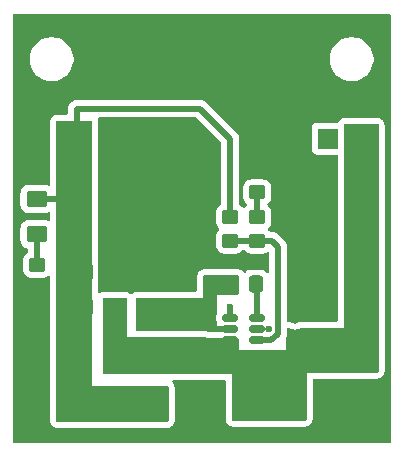
<source format=gbr>
%TF.GenerationSoftware,KiCad,Pcbnew,8.0.1-8.0.1-1~ubuntu22.04.1*%
%TF.CreationDate,2024-04-07T12:19:06+01:00*%
%TF.ProjectId,tps54202_inverting_breakout,74707335-3432-4303-925f-696e76657274,A*%
%TF.SameCoordinates,Original*%
%TF.FileFunction,Copper,L1,Top*%
%TF.FilePolarity,Positive*%
%FSLAX46Y46*%
G04 Gerber Fmt 4.6, Leading zero omitted, Abs format (unit mm)*
G04 Created by KiCad (PCBNEW 8.0.1-8.0.1-1~ubuntu22.04.1) date 2024-04-07 12:19:06*
%MOMM*%
%LPD*%
G01*
G04 APERTURE LIST*
G04 Aperture macros list*
%AMRoundRect*
0 Rectangle with rounded corners*
0 $1 Rounding radius*
0 $2 $3 $4 $5 $6 $7 $8 $9 X,Y pos of 4 corners*
0 Add a 4 corners polygon primitive as box body*
4,1,4,$2,$3,$4,$5,$6,$7,$8,$9,$2,$3,0*
0 Add four circle primitives for the rounded corners*
1,1,$1+$1,$2,$3*
1,1,$1+$1,$4,$5*
1,1,$1+$1,$6,$7*
1,1,$1+$1,$8,$9*
0 Add four rect primitives between the rounded corners*
20,1,$1+$1,$2,$3,$4,$5,0*
20,1,$1+$1,$4,$5,$6,$7,0*
20,1,$1+$1,$6,$7,$8,$9,0*
20,1,$1+$1,$8,$9,$2,$3,0*%
G04 Aperture macros list end*
%TA.AperFunction,SMDPad,CuDef*%
%ADD10RoundRect,0.250000X0.337500X0.475000X-0.337500X0.475000X-0.337500X-0.475000X0.337500X-0.475000X0*%
%TD*%
%TA.AperFunction,SMDPad,CuDef*%
%ADD11RoundRect,0.250000X1.050000X0.550000X-1.050000X0.550000X-1.050000X-0.550000X1.050000X-0.550000X0*%
%TD*%
%TA.AperFunction,ComponentPad*%
%ADD12O,1.700000X1.700000*%
%TD*%
%TA.AperFunction,ComponentPad*%
%ADD13R,1.700000X1.700000*%
%TD*%
%TA.AperFunction,SMDPad,CuDef*%
%ADD14RoundRect,0.150000X-0.512500X-0.150000X0.512500X-0.150000X0.512500X0.150000X-0.512500X0.150000X0*%
%TD*%
%TA.AperFunction,SMDPad,CuDef*%
%ADD15R,2.500000X2.500000*%
%TD*%
%TA.AperFunction,SMDPad,CuDef*%
%ADD16RoundRect,0.250000X0.450000X-0.350000X0.450000X0.350000X-0.450000X0.350000X-0.450000X-0.350000X0*%
%TD*%
%TA.AperFunction,SMDPad,CuDef*%
%ADD17RoundRect,0.250000X-0.450000X0.350000X-0.450000X-0.350000X0.450000X-0.350000X0.450000X0.350000X0*%
%TD*%
%TA.AperFunction,ComponentPad*%
%ADD18C,2.800000*%
%TD*%
%TA.AperFunction,SMDPad,CuDef*%
%ADD19R,4.500000X1.750000*%
%TD*%
%TA.AperFunction,SMDPad,CuDef*%
%ADD20RoundRect,0.250001X0.624999X-0.462499X0.624999X0.462499X-0.624999X0.462499X-0.624999X-0.462499X0*%
%TD*%
%TA.AperFunction,ViaPad*%
%ADD21C,0.600000*%
%TD*%
%TA.AperFunction,Conductor*%
%ADD22C,0.500000*%
%TD*%
%TA.AperFunction,Conductor*%
%ADD23C,0.200000*%
%TD*%
G04 APERTURE END LIST*
D10*
%TO.P,C6,2*%
%TO.N,GND*%
X207496500Y-89281000D03*
%TO.P,C6,1*%
%TO.N,/VIN*%
X209571500Y-89281000D03*
%TD*%
D11*
%TO.P,C3,1*%
%TO.N,GND*%
X189865000Y-88773000D03*
%TO.P,C3,2*%
%TO.N,/VOUT*%
X186265000Y-88773000D03*
%TD*%
D10*
%TO.P,C9,2*%
%TO.N,Net-(U1-SW)*%
X199368500Y-95885000D03*
%TO.P,C9,1*%
%TO.N,Net-(U1-BOOT)*%
X201443500Y-95885000D03*
%TD*%
D11*
%TO.P,C5,1*%
%TO.N,/VIN*%
X210356000Y-93091000D03*
%TO.P,C5,2*%
%TO.N,GND*%
X206756000Y-93091000D03*
%TD*%
D10*
%TO.P,C8,1*%
%TO.N,/VIN*%
X189103000Y-97790000D03*
%TO.P,C8,2*%
%TO.N,/VOUT*%
X187028000Y-97790000D03*
%TD*%
D11*
%TO.P,C7,2*%
%TO.N,/VOUT*%
X186243500Y-101854000D03*
%TO.P,C7,1*%
%TO.N,/VIN*%
X189843500Y-101854000D03*
%TD*%
D12*
%TO.P,J1,4,Pin_4*%
%TO.N,/VOUT*%
X192903000Y-106045000D03*
%TO.P,J1,3,Pin_3*%
%TO.N,GND*%
X195443000Y-106045000D03*
%TO.P,J1,2,Pin_2*%
X197983000Y-106045000D03*
D13*
%TO.P,J1,1,Pin_1*%
%TO.N,/VIN*%
X200523000Y-106045000D03*
%TD*%
D14*
%TO.P,U1,1,GND*%
%TO.N,/VOUT*%
X199263000Y-98745000D03*
%TO.P,U1,2,SW*%
%TO.N,Net-(U1-SW)*%
X199263000Y-99695000D03*
%TO.P,U1,3,VIN*%
%TO.N,/VIN*%
X199263000Y-100645000D03*
%TO.P,U1,4,FB*%
%TO.N,/VSENSE*%
X201538000Y-100645000D03*
%TO.P,U1,5,EN*%
%TO.N,Net-(J3-Pin_1)*%
X201538000Y-99695000D03*
%TO.P,U1,6,BOOT*%
%TO.N,Net-(U1-BOOT)*%
X201538000Y-98745000D03*
%TD*%
D15*
%TO.P,TP1,1,1*%
%TO.N,/VIN*%
X204216000Y-106045000D03*
%TD*%
D16*
%TO.P,R2,1*%
%TO.N,/VSENSE*%
X201549000Y-92202000D03*
%TO.P,R2,2*%
%TO.N,Net-(R1-Pad1)*%
X201549000Y-90202000D03*
%TD*%
D15*
%TO.P,TP2,1,1*%
%TO.N,/VOUT*%
X189230000Y-106045000D03*
%TD*%
D11*
%TO.P,C4,1*%
%TO.N,/VIN*%
X210356000Y-98298000D03*
%TO.P,C4,2*%
%TO.N,GND*%
X206756000Y-98298000D03*
%TD*%
D17*
%TO.P,R3,1*%
%TO.N,/VOUT*%
X199263000Y-90202000D03*
%TO.P,R3,2*%
%TO.N,/VSENSE*%
X199263000Y-92202000D03*
%TD*%
D10*
%TO.P,C1,2*%
%TO.N,/VOUT*%
X187027500Y-94869000D03*
%TO.P,C1,1*%
%TO.N,GND*%
X189102500Y-94869000D03*
%TD*%
D13*
%TO.P,J3,1,Pin_1*%
%TO.N,Net-(J3-Pin_1)*%
X207518000Y-83566000D03*
D12*
%TO.P,J3,2,Pin_2*%
%TO.N,/VIN*%
X210058000Y-83566000D03*
%TD*%
D18*
%TO.P,TP3,1,1*%
%TO.N,GND*%
X202692000Y-82550000D03*
%TD*%
D19*
%TO.P,L1,1,1*%
%TO.N,Net-(U1-SW)*%
X193802000Y-98171000D03*
%TO.P,L1,2,2*%
%TO.N,GND*%
X193802000Y-94921000D03*
%TD*%
D17*
%TO.P,R4,1*%
%TO.N,Net-(D1-K)*%
X182932500Y-94250000D03*
%TO.P,R4,2*%
%TO.N,GND*%
X182932500Y-96250000D03*
%TD*%
D16*
%TO.P,R1,1*%
%TO.N,Net-(R1-Pad1)*%
X201549000Y-88122000D03*
%TO.P,R1,2*%
%TO.N,GND*%
X201549000Y-86122000D03*
%TD*%
D11*
%TO.P,C2,1*%
%TO.N,GND*%
X189865000Y-83312000D03*
%TO.P,C2,2*%
%TO.N,/VOUT*%
X186265000Y-83312000D03*
%TD*%
D20*
%TO.P,D1,1,K*%
%TO.N,Net-(D1-K)*%
X182880000Y-91657500D03*
%TO.P,D1,2,A*%
%TO.N,/VOUT*%
X182880000Y-88682500D03*
%TD*%
D21*
%TO.N,GND*%
X201549000Y-85090000D03*
X197485000Y-88900000D03*
X197485000Y-85725000D03*
X199390000Y-80645000D03*
X188595000Y-76835000D03*
X203835000Y-76835000D03*
X209550000Y-104775000D03*
X209550000Y-107950000D03*
X182245000Y-82550000D03*
X182245000Y-85725000D03*
X182245000Y-104775000D03*
X182245000Y-101600000D03*
X182245000Y-107950000D03*
X204724000Y-97917000D03*
X204724000Y-98933000D03*
X206121000Y-88773000D03*
X206121000Y-89789000D03*
X204851000Y-92583000D03*
X204851000Y-93599000D03*
X191897000Y-83820000D03*
X191897000Y-82804000D03*
X191897000Y-89281000D03*
X191897000Y-88265000D03*
X190373000Y-95377000D03*
X190373000Y-94361000D03*
X195326000Y-93345000D03*
X194310000Y-93345000D03*
X193294000Y-93345000D03*
X192278000Y-93345000D03*
X182932500Y-97647000D03*
%TO.N,Net-(J3-Pin_1)*%
X202577000Y-99672669D03*
%TO.N,/VOUT*%
X186182000Y-91821000D03*
X199263000Y-97790000D03*
%TD*%
D22*
%TO.N,/VIN*%
X210180000Y-83688000D02*
X210058000Y-83566000D01*
%TO.N,/VOUT*%
X182880000Y-88682500D02*
X186174500Y-88682500D01*
X186174500Y-88682500D02*
X186265000Y-88773000D01*
%TO.N,GND*%
X182932500Y-96250000D02*
X182932500Y-97647000D01*
%TO.N,/VOUT*%
X199263000Y-90202000D02*
X199263000Y-83566000D01*
X196723000Y-81026000D02*
X186309000Y-81026000D01*
X199263000Y-83566000D02*
X196723000Y-81026000D01*
X186309000Y-81026000D02*
X186265000Y-81070000D01*
X186265000Y-81070000D02*
X186265000Y-83312000D01*
%TO.N,Net-(D1-K)*%
X182880000Y-91657500D02*
X182880000Y-94175500D01*
%TO.N,GND*%
X201549000Y-86122000D02*
X201565000Y-86106000D01*
%TO.N,/VSENSE*%
X201543500Y-100645000D02*
X202758000Y-100645000D01*
X202758000Y-100645000D02*
X203327000Y-100076000D01*
X203327000Y-100076000D02*
X203327000Y-92726000D01*
X203327000Y-92726000D02*
X202803000Y-92202000D01*
D23*
%TO.N,Net-(J3-Pin_1)*%
X201538000Y-99695000D02*
X202554669Y-99695000D01*
X202554669Y-99695000D02*
X202577000Y-99672669D01*
D22*
%TO.N,/VSENSE*%
X201549000Y-92202000D02*
X199263000Y-92202000D01*
%TO.N,/VOUT*%
X199263000Y-97790000D02*
X199263000Y-98745000D01*
%TO.N,Net-(U1-SW)*%
X199268500Y-99695000D02*
X197485000Y-99695000D01*
X197485000Y-99695000D02*
X196596000Y-98806000D01*
X196596000Y-98806000D02*
X193802000Y-98806000D01*
X193802000Y-98806000D02*
X193802000Y-98780000D01*
%TO.N,Net-(U1-BOOT)*%
X201538000Y-98745000D02*
X201538000Y-95979500D01*
X201538000Y-95979500D02*
X201443500Y-95885000D01*
X201549000Y-98739500D02*
X201543500Y-98745000D01*
%TO.N,/VSENSE*%
X202803000Y-92202000D02*
X201549000Y-92202000D01*
%TO.N,Net-(R1-Pad1)*%
X201549000Y-90202000D02*
X201549000Y-88122000D01*
%TD*%
%TA.AperFunction,Conductor*%
%TO.N,/VIN*%
G36*
X190443039Y-97047685D02*
G01*
X190488794Y-97100489D01*
X190500000Y-97152000D01*
X190500000Y-100330000D01*
X197046866Y-100330000D01*
X197113905Y-100349685D01*
X197115747Y-100350891D01*
X197129505Y-100360084D01*
X197129507Y-100360084D01*
X197129511Y-100360087D01*
X197266082Y-100416656D01*
X197266087Y-100416658D01*
X197266091Y-100416658D01*
X197266092Y-100416659D01*
X197411079Y-100445500D01*
X197411082Y-100445500D01*
X197411083Y-100445500D01*
X197558918Y-100445500D01*
X198468172Y-100445500D01*
X198502767Y-100450424D01*
X198647926Y-100492597D01*
X198647929Y-100492597D01*
X198647931Y-100492598D01*
X198684806Y-100495500D01*
X198684814Y-100495500D01*
X199841186Y-100495500D01*
X199841194Y-100495500D01*
X199878069Y-100492598D01*
X199878070Y-100492597D01*
X199878715Y-100492480D01*
X199879080Y-100492518D01*
X199884386Y-100492101D01*
X199884463Y-100493085D01*
X199948201Y-100499796D01*
X200002701Y-100543517D01*
X200024911Y-100609763D01*
X200025000Y-100614461D01*
X200025000Y-103505000D01*
X188592000Y-103505000D01*
X188524961Y-103485315D01*
X188479206Y-103432511D01*
X188468000Y-103381000D01*
X188468000Y-97152000D01*
X188487685Y-97084961D01*
X188540489Y-97039206D01*
X188592000Y-97028000D01*
X190376000Y-97028000D01*
X190443039Y-97047685D01*
G37*
%TD.AperFunction*%
%TD*%
%TA.AperFunction,Conductor*%
%TO.N,/VIN*%
G36*
X211779039Y-82315685D02*
G01*
X211824794Y-82368489D01*
X211836000Y-82420000D01*
X211836000Y-103254000D01*
X211816315Y-103321039D01*
X211763511Y-103366794D01*
X211712000Y-103378000D01*
X205740000Y-103378000D01*
X205740000Y-107318000D01*
X205720315Y-107385039D01*
X205667511Y-107430794D01*
X205616000Y-107442000D01*
X199514000Y-107442000D01*
X199446961Y-107422315D01*
X199401206Y-107369511D01*
X199390000Y-107318000D01*
X199390000Y-103505000D01*
X200025000Y-103505000D01*
X200025000Y-101473000D01*
X203962000Y-101473000D01*
X203962000Y-100514134D01*
X203981685Y-100447095D01*
X203982897Y-100445245D01*
X203986199Y-100440302D01*
X203992084Y-100431495D01*
X204045522Y-100302485D01*
X204048659Y-100294912D01*
X204072407Y-100175520D01*
X204077500Y-100149918D01*
X204077500Y-99696546D01*
X204097185Y-99629507D01*
X204149989Y-99583752D01*
X204219147Y-99573808D01*
X204267473Y-99591553D01*
X204374475Y-99658788D01*
X204544745Y-99718368D01*
X204544750Y-99718369D01*
X204723996Y-99738565D01*
X204724000Y-99738565D01*
X204724004Y-99738565D01*
X204903249Y-99718369D01*
X204903252Y-99718368D01*
X204903255Y-99718368D01*
X205073522Y-99658789D01*
X205187763Y-99587005D01*
X205253734Y-99568000D01*
X205472841Y-99568000D01*
X205511844Y-99574294D01*
X205553203Y-99587999D01*
X205655991Y-99598500D01*
X207856008Y-99598499D01*
X207958797Y-99587999D01*
X208000156Y-99574293D01*
X208039160Y-99568000D01*
X208915000Y-99568000D01*
X208915000Y-82420000D01*
X208934685Y-82352961D01*
X208987489Y-82307206D01*
X209039000Y-82296000D01*
X211712000Y-82296000D01*
X211779039Y-82315685D01*
G37*
%TD.AperFunction*%
%TD*%
%TA.AperFunction,Conductor*%
%TO.N,GND*%
G36*
X208280000Y-99060000D02*
G01*
X205232000Y-99060000D01*
X205232000Y-85979000D01*
X208280000Y-85979000D01*
X208280000Y-99060000D01*
G37*
%TD.AperFunction*%
%TD*%
%TA.AperFunction,Conductor*%
%TO.N,/VOUT*%
G36*
X187522039Y-82061685D02*
G01*
X187567794Y-82114489D01*
X187579000Y-82166000D01*
X187579000Y-104521000D01*
X193932000Y-104521000D01*
X193999039Y-104540685D01*
X194044794Y-104593489D01*
X194056000Y-104645000D01*
X194056000Y-107445000D01*
X194036315Y-107512039D01*
X193983511Y-107557794D01*
X193932000Y-107569000D01*
X187579000Y-107569000D01*
X184655000Y-107569000D01*
X184587961Y-107549315D01*
X184542206Y-107496511D01*
X184531000Y-107445000D01*
X184531000Y-82166000D01*
X184550685Y-82098961D01*
X184603489Y-82053206D01*
X184655000Y-82042000D01*
X187455000Y-82042000D01*
X187522039Y-82061685D01*
G37*
%TD.AperFunction*%
%TD*%
%TA.AperFunction,Conductor*%
%TO.N,GND*%
G36*
X196342000Y-93726000D02*
G01*
X196342000Y-96393000D01*
X188595000Y-96393000D01*
X188595000Y-82042000D01*
X196342000Y-82042000D01*
X196342000Y-93726000D01*
G37*
%TD.AperFunction*%
%TD*%
%TA.AperFunction,Conductor*%
%TO.N,Net-(U1-SW)*%
G36*
X199968039Y-95142685D02*
G01*
X200013794Y-95195489D01*
X200025000Y-95247000D01*
X200025000Y-96650000D01*
X200005315Y-96717039D01*
X199952511Y-96762794D01*
X199901000Y-96774000D01*
X198120000Y-96774000D01*
X198120000Y-98415932D01*
X198115076Y-98450527D01*
X198102903Y-98492424D01*
X198102901Y-98492436D01*
X198100000Y-98529298D01*
X198100000Y-98960701D01*
X198102901Y-98997567D01*
X198102902Y-98997570D01*
X198115076Y-99039471D01*
X198120000Y-99074067D01*
X198120000Y-99816000D01*
X198100315Y-99883039D01*
X198047511Y-99928794D01*
X197996000Y-99940000D01*
X197473085Y-99940000D01*
X197448893Y-99937617D01*
X197425517Y-99932967D01*
X197402258Y-99925912D01*
X197362693Y-99909524D01*
X197322953Y-99893064D01*
X197322952Y-99893064D01*
X197277317Y-99874162D01*
X197273255Y-99872394D01*
X197256328Y-99864663D01*
X197189283Y-99844976D01*
X197141810Y-99838150D01*
X197046866Y-99824500D01*
X197046864Y-99824500D01*
X191386000Y-99824500D01*
X191318961Y-99804815D01*
X191273206Y-99752011D01*
X191262000Y-99700500D01*
X191262000Y-97152000D01*
X191281685Y-97084961D01*
X191334489Y-97039206D01*
X191386000Y-97028000D01*
X196977000Y-97028000D01*
X196977000Y-95247000D01*
X196996685Y-95179961D01*
X197049489Y-95134206D01*
X197101000Y-95123000D01*
X199901000Y-95123000D01*
X199968039Y-95142685D01*
G37*
%TD.AperFunction*%
%TD*%
%TA.AperFunction,Conductor*%
%TO.N,GND*%
G36*
X196427809Y-81796185D02*
G01*
X196448451Y-81812819D01*
X198476181Y-83840548D01*
X198509666Y-83901871D01*
X198512500Y-83928229D01*
X198512500Y-89086362D01*
X198492815Y-89153401D01*
X198453598Y-89191899D01*
X198448548Y-89195015D01*
X198344342Y-89259289D01*
X198220289Y-89383342D01*
X198128187Y-89532663D01*
X198128186Y-89532666D01*
X198073001Y-89699203D01*
X198073001Y-89699204D01*
X198073000Y-89699204D01*
X198062500Y-89801983D01*
X198062500Y-90602001D01*
X198062501Y-90602019D01*
X198073000Y-90704796D01*
X198073001Y-90704799D01*
X198128185Y-90871331D01*
X198128187Y-90871336D01*
X198220289Y-91020657D01*
X198313951Y-91114319D01*
X198347436Y-91175642D01*
X198342452Y-91245334D01*
X198313951Y-91289681D01*
X198220289Y-91383342D01*
X198128187Y-91532663D01*
X198128185Y-91532668D01*
X198100349Y-91616670D01*
X198073001Y-91699203D01*
X198073001Y-91699204D01*
X198073000Y-91699204D01*
X198062500Y-91801983D01*
X198062500Y-92602001D01*
X198062501Y-92602019D01*
X198073000Y-92704796D01*
X198073001Y-92704799D01*
X198106143Y-92804813D01*
X198128186Y-92871334D01*
X198220288Y-93020656D01*
X198344344Y-93144712D01*
X198493666Y-93236814D01*
X198660203Y-93291999D01*
X198762991Y-93302500D01*
X199763008Y-93302499D01*
X199763016Y-93302498D01*
X199763019Y-93302498D01*
X199819302Y-93296748D01*
X199865797Y-93291999D01*
X200032334Y-93236814D01*
X200181656Y-93144712D01*
X200305712Y-93020656D01*
X200305715Y-93020650D01*
X200308734Y-93016834D01*
X200365755Y-92976457D01*
X200435555Y-92973319D01*
X200495970Y-93008414D01*
X200503266Y-93016834D01*
X200506288Y-93020656D01*
X200630344Y-93144712D01*
X200779666Y-93236814D01*
X200946203Y-93291999D01*
X201048991Y-93302500D01*
X202049008Y-93302499D01*
X202049016Y-93302498D01*
X202049019Y-93302498D01*
X202105302Y-93296748D01*
X202151797Y-93291999D01*
X202318334Y-93236814D01*
X202387403Y-93194211D01*
X202454795Y-93175771D01*
X202521459Y-93196693D01*
X202566228Y-93250335D01*
X202576500Y-93299750D01*
X202576500Y-94844770D01*
X202556815Y-94911809D01*
X202504011Y-94957564D01*
X202434853Y-94967508D01*
X202371297Y-94938483D01*
X202364819Y-94932451D01*
X202249657Y-94817289D01*
X202249656Y-94817288D01*
X202100334Y-94725186D01*
X201933797Y-94670001D01*
X201933795Y-94670000D01*
X201831010Y-94659500D01*
X201055998Y-94659500D01*
X201055980Y-94659501D01*
X200953203Y-94670000D01*
X200953200Y-94670001D01*
X200786668Y-94725185D01*
X200786663Y-94725187D01*
X200637344Y-94817288D01*
X200580216Y-94874415D01*
X200518892Y-94907899D01*
X200449201Y-94902913D01*
X200400382Y-94866366D01*
X200398725Y-94867803D01*
X200350076Y-94811659D01*
X200350072Y-94811656D01*
X200350070Y-94811653D01*
X200241336Y-94717433D01*
X200241333Y-94717431D01*
X200241331Y-94717430D01*
X200110465Y-94657664D01*
X200110460Y-94657662D01*
X200110459Y-94657662D01*
X200043420Y-94637977D01*
X200043422Y-94637977D01*
X200043417Y-94637976D01*
X199981347Y-94629052D01*
X199901000Y-94617500D01*
X197101000Y-94617500D01*
X197100991Y-94617500D01*
X197100990Y-94617501D01*
X196993549Y-94629052D01*
X196993537Y-94629054D01*
X196942027Y-94640260D01*
X196839502Y-94674383D01*
X196839496Y-94674386D01*
X196718462Y-94752171D01*
X196718451Y-94752179D01*
X196665659Y-94797923D01*
X196571433Y-94906664D01*
X196571430Y-94906668D01*
X196511664Y-95037534D01*
X196491976Y-95104582D01*
X196471500Y-95247001D01*
X196471500Y-96398500D01*
X196451815Y-96465539D01*
X196399011Y-96511294D01*
X196347500Y-96522500D01*
X191386000Y-96522500D01*
X191385991Y-96522500D01*
X191385990Y-96522501D01*
X191278549Y-96534052D01*
X191278537Y-96534054D01*
X191227027Y-96545260D01*
X191124502Y-96579383D01*
X191124496Y-96579386D01*
X191003462Y-96657171D01*
X191003458Y-96657173D01*
X190961146Y-96693838D01*
X190897590Y-96722863D01*
X190828432Y-96712919D01*
X190798740Y-96693837D01*
X190716339Y-96622435D01*
X190716331Y-96622430D01*
X190585465Y-96562664D01*
X190585460Y-96562662D01*
X190585459Y-96562662D01*
X190518420Y-96542977D01*
X190518422Y-96542977D01*
X190518417Y-96542976D01*
X190456347Y-96534052D01*
X190376000Y-96522500D01*
X188592000Y-96522500D01*
X188591991Y-96522500D01*
X188591990Y-96522501D01*
X188484549Y-96534052D01*
X188484537Y-96534054D01*
X188433027Y-96545260D01*
X188330502Y-96579383D01*
X188330498Y-96579385D01*
X188275539Y-96614706D01*
X188208500Y-96634390D01*
X188141460Y-96614705D01*
X188095706Y-96561901D01*
X188084500Y-96510390D01*
X188084500Y-95578667D01*
X188090794Y-95539663D01*
X188104999Y-95496797D01*
X188115500Y-95394009D01*
X188115499Y-94343992D01*
X188104999Y-94241203D01*
X188090794Y-94198334D01*
X188084500Y-94159330D01*
X188084500Y-82166010D01*
X188084500Y-82166000D01*
X188072947Y-82058544D01*
X188069348Y-82042000D01*
X188595000Y-82042000D01*
X188595000Y-96393000D01*
X196342000Y-96393000D01*
X196342000Y-93726000D01*
X196342000Y-82042000D01*
X188595000Y-82042000D01*
X188069348Y-82042000D01*
X188061741Y-82007033D01*
X188049722Y-81970923D01*
X188039317Y-81939660D01*
X188036823Y-81869835D01*
X188072475Y-81809745D01*
X188134954Y-81778470D01*
X188156971Y-81776500D01*
X196360770Y-81776500D01*
X196427809Y-81796185D01*
G37*
%TD.AperFunction*%
%TA.AperFunction,Conductor*%
G36*
X212802539Y-73037185D02*
G01*
X212848294Y-73089989D01*
X212859500Y-73141500D01*
X212859500Y-109230500D01*
X212839815Y-109297539D01*
X212787011Y-109343294D01*
X212735500Y-109354500D01*
X180964500Y-109354500D01*
X180897461Y-109334815D01*
X180851706Y-109282011D01*
X180840500Y-109230500D01*
X180840500Y-92170015D01*
X181504500Y-92170015D01*
X181515000Y-92272795D01*
X181515001Y-92272797D01*
X181542593Y-92356065D01*
X181570186Y-92439335D01*
X181570187Y-92439337D01*
X181662286Y-92588651D01*
X181662289Y-92588655D01*
X181786344Y-92712710D01*
X181786348Y-92712713D01*
X181935662Y-92804812D01*
X181935664Y-92804813D01*
X181935666Y-92804814D01*
X182044505Y-92840879D01*
X182101949Y-92880651D01*
X182128772Y-92945167D01*
X182129500Y-92958585D01*
X182129500Y-93166743D01*
X182109815Y-93233782D01*
X182070598Y-93272281D01*
X182013844Y-93307287D01*
X181889789Y-93431342D01*
X181797687Y-93580663D01*
X181797686Y-93580666D01*
X181742501Y-93747203D01*
X181742501Y-93747204D01*
X181742500Y-93747204D01*
X181732000Y-93849983D01*
X181732000Y-94650001D01*
X181732001Y-94650019D01*
X181742500Y-94752796D01*
X181742501Y-94752799D01*
X181797685Y-94919331D01*
X181797687Y-94919336D01*
X181809497Y-94938483D01*
X181889788Y-95068656D01*
X182013844Y-95192712D01*
X182163166Y-95284814D01*
X182329703Y-95339999D01*
X182432491Y-95350500D01*
X183432508Y-95350499D01*
X183432516Y-95350498D01*
X183432519Y-95350498D01*
X183488802Y-95344748D01*
X183535297Y-95339999D01*
X183701834Y-95284814D01*
X183836404Y-95201810D01*
X183903796Y-95183371D01*
X183970459Y-95204294D01*
X184015229Y-95257936D01*
X184025500Y-95307350D01*
X184025500Y-107445000D01*
X184025501Y-107445009D01*
X184037052Y-107552450D01*
X184037054Y-107552462D01*
X184048260Y-107603972D01*
X184082383Y-107706497D01*
X184082386Y-107706503D01*
X184160171Y-107827537D01*
X184160179Y-107827548D01*
X184205923Y-107880340D01*
X184205926Y-107880343D01*
X184205930Y-107880347D01*
X184314664Y-107974567D01*
X184314667Y-107974568D01*
X184314668Y-107974569D01*
X184408925Y-108017616D01*
X184445541Y-108034338D01*
X184512580Y-108054023D01*
X184512584Y-108054024D01*
X184655000Y-108074500D01*
X184655003Y-108074500D01*
X193931990Y-108074500D01*
X193932000Y-108074500D01*
X194039456Y-108062947D01*
X194090967Y-108051741D01*
X194125197Y-108040347D01*
X194193497Y-108017616D01*
X194193501Y-108017613D01*
X194193504Y-108017613D01*
X194314543Y-107939825D01*
X194367347Y-107894070D01*
X194461567Y-107785336D01*
X194521338Y-107654459D01*
X194541023Y-107587420D01*
X194541024Y-107587416D01*
X194561500Y-107445000D01*
X194561500Y-104645000D01*
X194549947Y-104537544D01*
X194538741Y-104486033D01*
X194538637Y-104485722D01*
X194504616Y-104383502D01*
X194504613Y-104383496D01*
X194426828Y-104262462D01*
X194426826Y-104262458D01*
X194386312Y-104215703D01*
X194357287Y-104152147D01*
X194367230Y-104082989D01*
X194412985Y-104030185D01*
X194480025Y-104010500D01*
X198760500Y-104010500D01*
X198827539Y-104030185D01*
X198873294Y-104082989D01*
X198884500Y-104134500D01*
X198884500Y-107318000D01*
X198884501Y-107318009D01*
X198896052Y-107425450D01*
X198896054Y-107425462D01*
X198907260Y-107476972D01*
X198941383Y-107579497D01*
X198941386Y-107579503D01*
X199019171Y-107700537D01*
X199019179Y-107700548D01*
X199064923Y-107753340D01*
X199064926Y-107753343D01*
X199064930Y-107753347D01*
X199173664Y-107847567D01*
X199173667Y-107847568D01*
X199173668Y-107847569D01*
X199275488Y-107894070D01*
X199304541Y-107907338D01*
X199371580Y-107927023D01*
X199371584Y-107927024D01*
X199514000Y-107947500D01*
X199514003Y-107947500D01*
X205615990Y-107947500D01*
X205616000Y-107947500D01*
X205723456Y-107935947D01*
X205774967Y-107924741D01*
X205809197Y-107913347D01*
X205877497Y-107890616D01*
X205877501Y-107890613D01*
X205877504Y-107890613D01*
X205998543Y-107812825D01*
X206051347Y-107767070D01*
X206145567Y-107658336D01*
X206205338Y-107527459D01*
X206225023Y-107460420D01*
X206225024Y-107460416D01*
X206245500Y-107318000D01*
X206245500Y-104007500D01*
X206265185Y-103940461D01*
X206317989Y-103894706D01*
X206369500Y-103883500D01*
X211711990Y-103883500D01*
X211712000Y-103883500D01*
X211819456Y-103871947D01*
X211870967Y-103860741D01*
X211905197Y-103849347D01*
X211973497Y-103826616D01*
X211973501Y-103826613D01*
X211973504Y-103826613D01*
X212094543Y-103748825D01*
X212147347Y-103703070D01*
X212241567Y-103594336D01*
X212301338Y-103463459D01*
X212321023Y-103396420D01*
X212321024Y-103396416D01*
X212341500Y-103254000D01*
X212341500Y-82420000D01*
X212329947Y-82312544D01*
X212318741Y-82261033D01*
X212318637Y-82260722D01*
X212284616Y-82158502D01*
X212284613Y-82158496D01*
X212206828Y-82037462D01*
X212206825Y-82037457D01*
X212194804Y-82023584D01*
X212161076Y-81984659D01*
X212161072Y-81984656D01*
X212161070Y-81984653D01*
X212052336Y-81890433D01*
X212052333Y-81890431D01*
X212052331Y-81890430D01*
X211921465Y-81830664D01*
X211921460Y-81830662D01*
X211921459Y-81830662D01*
X211854420Y-81810977D01*
X211854422Y-81810977D01*
X211854417Y-81810976D01*
X211792347Y-81802052D01*
X211712000Y-81790500D01*
X209039000Y-81790500D01*
X209038991Y-81790500D01*
X209038990Y-81790501D01*
X208931549Y-81802052D01*
X208931537Y-81802054D01*
X208880027Y-81813260D01*
X208777502Y-81847383D01*
X208777496Y-81847386D01*
X208656462Y-81925171D01*
X208656451Y-81925179D01*
X208603659Y-81970923D01*
X208509433Y-82079664D01*
X208509431Y-82079666D01*
X208480501Y-82143013D01*
X208434745Y-82195817D01*
X208367707Y-82215500D01*
X206620129Y-82215500D01*
X206620123Y-82215501D01*
X206560516Y-82221908D01*
X206425671Y-82272202D01*
X206425664Y-82272206D01*
X206310455Y-82358452D01*
X206310452Y-82358455D01*
X206224206Y-82473664D01*
X206224202Y-82473671D01*
X206173908Y-82608517D01*
X206167501Y-82668116D01*
X206167500Y-82668135D01*
X206167500Y-84463870D01*
X206167501Y-84463876D01*
X206173908Y-84523483D01*
X206224202Y-84658328D01*
X206224206Y-84658335D01*
X206310452Y-84773544D01*
X206310455Y-84773547D01*
X206425664Y-84859793D01*
X206425671Y-84859797D01*
X206560517Y-84910091D01*
X206560516Y-84910091D01*
X206567444Y-84910835D01*
X206620127Y-84916500D01*
X208285500Y-84916499D01*
X208352539Y-84936184D01*
X208398294Y-84988987D01*
X208409500Y-85040499D01*
X208409500Y-98938500D01*
X208389815Y-99005539D01*
X208337011Y-99051294D01*
X208285500Y-99062500D01*
X208039149Y-99062500D01*
X207958642Y-99068954D01*
X207919648Y-99075245D01*
X207919641Y-99075246D01*
X207919639Y-99075247D01*
X207905962Y-99078593D01*
X207867487Y-99088007D01*
X207850631Y-99090916D01*
X207836546Y-99092356D01*
X207823934Y-99092999D01*
X205688063Y-99092999D01*
X205675469Y-99092357D01*
X205663818Y-99091167D01*
X205661376Y-99090918D01*
X205644510Y-99088007D01*
X205620995Y-99082253D01*
X205592376Y-99075250D01*
X205592373Y-99075249D01*
X205592371Y-99075249D01*
X205553385Y-99068958D01*
X205553387Y-99068958D01*
X205553373Y-99068956D01*
X205553367Y-99068955D01*
X205553356Y-99068954D01*
X205472850Y-99062500D01*
X205472841Y-99062500D01*
X205253734Y-99062500D01*
X205253732Y-99062500D01*
X205113801Y-99082253D01*
X205113797Y-99082254D01*
X205047835Y-99101256D01*
X205047823Y-99101261D01*
X204918817Y-99158988D01*
X204918803Y-99158996D01*
X204864629Y-99193036D01*
X204839613Y-99205083D01*
X204803245Y-99217809D01*
X204776175Y-99223988D01*
X204742429Y-99227790D01*
X204737885Y-99228302D01*
X204710123Y-99228302D01*
X204671824Y-99223986D01*
X204644757Y-99217809D01*
X204608379Y-99205080D01*
X204583361Y-99193032D01*
X204536421Y-99163537D01*
X204441724Y-99117036D01*
X204441716Y-99117033D01*
X204441714Y-99117032D01*
X204393388Y-99099287D01*
X204291083Y-99073453D01*
X204201500Y-99073453D01*
X204134461Y-99053768D01*
X204088706Y-99000964D01*
X204077500Y-98949453D01*
X204077500Y-92652079D01*
X204048659Y-92507092D01*
X204048658Y-92507091D01*
X204048658Y-92507087D01*
X203992084Y-92370505D01*
X203959186Y-92321270D01*
X203959185Y-92321268D01*
X203909956Y-92247589D01*
X203909952Y-92247584D01*
X203281421Y-91619052D01*
X203281414Y-91619046D01*
X203207729Y-91569812D01*
X203207729Y-91569813D01*
X203158491Y-91536913D01*
X203021917Y-91480343D01*
X203021907Y-91480340D01*
X202876920Y-91451500D01*
X202876918Y-91451500D01*
X202702958Y-91451500D01*
X202635919Y-91431815D01*
X202597420Y-91392598D01*
X202591712Y-91383344D01*
X202498049Y-91289681D01*
X202464564Y-91228358D01*
X202469548Y-91158666D01*
X202498049Y-91114319D01*
X202591712Y-91020656D01*
X202683814Y-90871334D01*
X202738999Y-90704797D01*
X202749500Y-90602009D01*
X202749499Y-89801992D01*
X202738999Y-89699203D01*
X202683814Y-89532666D01*
X202591712Y-89383344D01*
X202467656Y-89259288D01*
X202467653Y-89259286D01*
X202467628Y-89259266D01*
X202467613Y-89259245D01*
X202462549Y-89254181D01*
X202463414Y-89253315D01*
X202427251Y-89202245D01*
X202424113Y-89132445D01*
X202459208Y-89072030D01*
X202467628Y-89064734D01*
X202467654Y-89064713D01*
X202467656Y-89064712D01*
X202591712Y-88940656D01*
X202683814Y-88791334D01*
X202738999Y-88624797D01*
X202749500Y-88522009D01*
X202749499Y-87721992D01*
X202738999Y-87619203D01*
X202683814Y-87452666D01*
X202591712Y-87303344D01*
X202467656Y-87179288D01*
X202318334Y-87087186D01*
X202151797Y-87032001D01*
X202151795Y-87032000D01*
X202049010Y-87021500D01*
X201048998Y-87021500D01*
X201048980Y-87021501D01*
X200946203Y-87032000D01*
X200946200Y-87032001D01*
X200779668Y-87087185D01*
X200779663Y-87087187D01*
X200630342Y-87179289D01*
X200506289Y-87303342D01*
X200414187Y-87452663D01*
X200414185Y-87452668D01*
X200405128Y-87480000D01*
X200359001Y-87619203D01*
X200359001Y-87619204D01*
X200359000Y-87619204D01*
X200348500Y-87721983D01*
X200348500Y-88522001D01*
X200348501Y-88522019D01*
X200359000Y-88624796D01*
X200359001Y-88624799D01*
X200414185Y-88791331D01*
X200414187Y-88791336D01*
X200506289Y-88940657D01*
X200630345Y-89064713D01*
X200630379Y-89064740D01*
X200630395Y-89064763D01*
X200635451Y-89069819D01*
X200634586Y-89070683D01*
X200670751Y-89121765D01*
X200673884Y-89191565D01*
X200638783Y-89251978D01*
X200630379Y-89259260D01*
X200630345Y-89259286D01*
X200506286Y-89383345D01*
X200503262Y-89387170D01*
X200446239Y-89427544D01*
X200376439Y-89430679D01*
X200316025Y-89395580D01*
X200308738Y-89387170D01*
X200305713Y-89383345D01*
X200181657Y-89259289D01*
X200181656Y-89259288D01*
X200072402Y-89191900D01*
X200025679Y-89139953D01*
X200013500Y-89086362D01*
X200013500Y-85979000D01*
X205232000Y-85979000D01*
X205232000Y-99060000D01*
X208280000Y-99060000D01*
X208280000Y-85979000D01*
X205232000Y-85979000D01*
X200013500Y-85979000D01*
X200013500Y-83492079D01*
X199984659Y-83347092D01*
X199984658Y-83347091D01*
X199984658Y-83347087D01*
X199984656Y-83347082D01*
X199928087Y-83210511D01*
X199928080Y-83210498D01*
X199845952Y-83087585D01*
X199845951Y-83087584D01*
X199741416Y-82983049D01*
X199741415Y-82983048D01*
X199116819Y-82358452D01*
X197201421Y-80443052D01*
X197201414Y-80443046D01*
X197127729Y-80393812D01*
X197127729Y-80393813D01*
X197078491Y-80360913D01*
X196941917Y-80304343D01*
X196941907Y-80304340D01*
X196796920Y-80275500D01*
X196796918Y-80275500D01*
X186382917Y-80275500D01*
X186235082Y-80275500D01*
X186235080Y-80275500D01*
X186090092Y-80304340D01*
X186090082Y-80304343D01*
X185953511Y-80360912D01*
X185953498Y-80360919D01*
X185830587Y-80443046D01*
X185682045Y-80591586D01*
X185682044Y-80591588D01*
X185632812Y-80665268D01*
X185632813Y-80665269D01*
X185599921Y-80714496D01*
X185599914Y-80714508D01*
X185543342Y-80851086D01*
X185543340Y-80851092D01*
X185514500Y-80996079D01*
X185514500Y-81412500D01*
X185494815Y-81479539D01*
X185442011Y-81525294D01*
X185390500Y-81536500D01*
X184655000Y-81536500D01*
X184654991Y-81536500D01*
X184654990Y-81536501D01*
X184547549Y-81548052D01*
X184547537Y-81548054D01*
X184496027Y-81559260D01*
X184393502Y-81593383D01*
X184393496Y-81593386D01*
X184272462Y-81671171D01*
X184272451Y-81671179D01*
X184219659Y-81716923D01*
X184125433Y-81825664D01*
X184125430Y-81825668D01*
X184065664Y-81956534D01*
X184045976Y-82023582D01*
X184040949Y-82058549D01*
X184025502Y-82165990D01*
X184025500Y-82166001D01*
X184025500Y-87437091D01*
X184005815Y-87504130D01*
X183953011Y-87549885D01*
X183883853Y-87559829D01*
X183836406Y-87542632D01*
X183824333Y-87535185D01*
X183712981Y-87498287D01*
X183657797Y-87480001D01*
X183657795Y-87480000D01*
X183555015Y-87469500D01*
X183555008Y-87469500D01*
X182204992Y-87469500D01*
X182204984Y-87469500D01*
X182102204Y-87480000D01*
X182102203Y-87480001D01*
X181935664Y-87535186D01*
X181935662Y-87535187D01*
X181786348Y-87627286D01*
X181786344Y-87627289D01*
X181662289Y-87751344D01*
X181662286Y-87751348D01*
X181570187Y-87900662D01*
X181570186Y-87900664D01*
X181515001Y-88067203D01*
X181515000Y-88067204D01*
X181504500Y-88169984D01*
X181504500Y-89195015D01*
X181515000Y-89297795D01*
X181515001Y-89297796D01*
X181570186Y-89464335D01*
X181570187Y-89464337D01*
X181662286Y-89613651D01*
X181662289Y-89613655D01*
X181786344Y-89737710D01*
X181786348Y-89737713D01*
X181935662Y-89829812D01*
X181935664Y-89829813D01*
X181935666Y-89829814D01*
X182102203Y-89884999D01*
X182204992Y-89895500D01*
X182204997Y-89895500D01*
X183555003Y-89895500D01*
X183555008Y-89895500D01*
X183657797Y-89884999D01*
X183824334Y-89829814D01*
X183836402Y-89822369D01*
X183903794Y-89803929D01*
X183970458Y-89824851D01*
X184015228Y-89878492D01*
X184025500Y-89927908D01*
X184025500Y-90412091D01*
X184005815Y-90479130D01*
X183953011Y-90524885D01*
X183883853Y-90534829D01*
X183836406Y-90517632D01*
X183824333Y-90510185D01*
X183712981Y-90473287D01*
X183657797Y-90455001D01*
X183657795Y-90455000D01*
X183555015Y-90444500D01*
X183555008Y-90444500D01*
X182204992Y-90444500D01*
X182204984Y-90444500D01*
X182102204Y-90455000D01*
X182102203Y-90455001D01*
X181935664Y-90510186D01*
X181935662Y-90510187D01*
X181786348Y-90602286D01*
X181786344Y-90602289D01*
X181662289Y-90726344D01*
X181662286Y-90726348D01*
X181570187Y-90875662D01*
X181570186Y-90875664D01*
X181515001Y-91042203D01*
X181515000Y-91042204D01*
X181504500Y-91144984D01*
X181504500Y-92170015D01*
X180840500Y-92170015D01*
X180840500Y-76956288D01*
X182299500Y-76956288D01*
X182331161Y-77196785D01*
X182393947Y-77431104D01*
X182486773Y-77655205D01*
X182486776Y-77655212D01*
X182608064Y-77865289D01*
X182608066Y-77865292D01*
X182608067Y-77865293D01*
X182755733Y-78057736D01*
X182755739Y-78057743D01*
X182927256Y-78229260D01*
X182927262Y-78229265D01*
X183119711Y-78376936D01*
X183329788Y-78498224D01*
X183553900Y-78591054D01*
X183788211Y-78653838D01*
X183968586Y-78677584D01*
X184028711Y-78685500D01*
X184028712Y-78685500D01*
X184271289Y-78685500D01*
X184319388Y-78679167D01*
X184511789Y-78653838D01*
X184746100Y-78591054D01*
X184970212Y-78498224D01*
X185180289Y-78376936D01*
X185372738Y-78229265D01*
X185544265Y-78057738D01*
X185691936Y-77865289D01*
X185813224Y-77655212D01*
X185906054Y-77431100D01*
X185968838Y-77196789D01*
X186000500Y-76956288D01*
X207699500Y-76956288D01*
X207731161Y-77196785D01*
X207793947Y-77431104D01*
X207886773Y-77655205D01*
X207886776Y-77655212D01*
X208008064Y-77865289D01*
X208008066Y-77865292D01*
X208008067Y-77865293D01*
X208155733Y-78057736D01*
X208155739Y-78057743D01*
X208327256Y-78229260D01*
X208327262Y-78229265D01*
X208519711Y-78376936D01*
X208729788Y-78498224D01*
X208953900Y-78591054D01*
X209188211Y-78653838D01*
X209368586Y-78677584D01*
X209428711Y-78685500D01*
X209428712Y-78685500D01*
X209671289Y-78685500D01*
X209719388Y-78679167D01*
X209911789Y-78653838D01*
X210146100Y-78591054D01*
X210370212Y-78498224D01*
X210580289Y-78376936D01*
X210772738Y-78229265D01*
X210944265Y-78057738D01*
X211091936Y-77865289D01*
X211213224Y-77655212D01*
X211306054Y-77431100D01*
X211368838Y-77196789D01*
X211400500Y-76956288D01*
X211400500Y-76713712D01*
X211368838Y-76473211D01*
X211306054Y-76238900D01*
X211213224Y-76014788D01*
X211091936Y-75804711D01*
X210944265Y-75612262D01*
X210944260Y-75612256D01*
X210772743Y-75440739D01*
X210772736Y-75440733D01*
X210580293Y-75293067D01*
X210580292Y-75293066D01*
X210580289Y-75293064D01*
X210370212Y-75171776D01*
X210370205Y-75171773D01*
X210146104Y-75078947D01*
X209911785Y-75016161D01*
X209671289Y-74984500D01*
X209671288Y-74984500D01*
X209428712Y-74984500D01*
X209428711Y-74984500D01*
X209188214Y-75016161D01*
X208953895Y-75078947D01*
X208729794Y-75171773D01*
X208729785Y-75171777D01*
X208519706Y-75293067D01*
X208327263Y-75440733D01*
X208327256Y-75440739D01*
X208155739Y-75612256D01*
X208155733Y-75612263D01*
X208008067Y-75804706D01*
X207886777Y-76014785D01*
X207886773Y-76014794D01*
X207793947Y-76238895D01*
X207731161Y-76473214D01*
X207699500Y-76713711D01*
X207699500Y-76956288D01*
X186000500Y-76956288D01*
X186000500Y-76713712D01*
X185968838Y-76473211D01*
X185906054Y-76238900D01*
X185813224Y-76014788D01*
X185691936Y-75804711D01*
X185544265Y-75612262D01*
X185544260Y-75612256D01*
X185372743Y-75440739D01*
X185372736Y-75440733D01*
X185180293Y-75293067D01*
X185180292Y-75293066D01*
X185180289Y-75293064D01*
X184970212Y-75171776D01*
X184970205Y-75171773D01*
X184746104Y-75078947D01*
X184511785Y-75016161D01*
X184271289Y-74984500D01*
X184271288Y-74984500D01*
X184028712Y-74984500D01*
X184028711Y-74984500D01*
X183788214Y-75016161D01*
X183553895Y-75078947D01*
X183329794Y-75171773D01*
X183329785Y-75171777D01*
X183119706Y-75293067D01*
X182927263Y-75440733D01*
X182927256Y-75440739D01*
X182755739Y-75612256D01*
X182755733Y-75612263D01*
X182608067Y-75804706D01*
X182486777Y-76014785D01*
X182486773Y-76014794D01*
X182393947Y-76238895D01*
X182331161Y-76473214D01*
X182299500Y-76713711D01*
X182299500Y-76956288D01*
X180840500Y-76956288D01*
X180840500Y-73141500D01*
X180860185Y-73074461D01*
X180912989Y-73028706D01*
X180964500Y-73017500D01*
X212735500Y-73017500D01*
X212802539Y-73037185D01*
G37*
%TD.AperFunction*%
%TD*%
M02*

</source>
